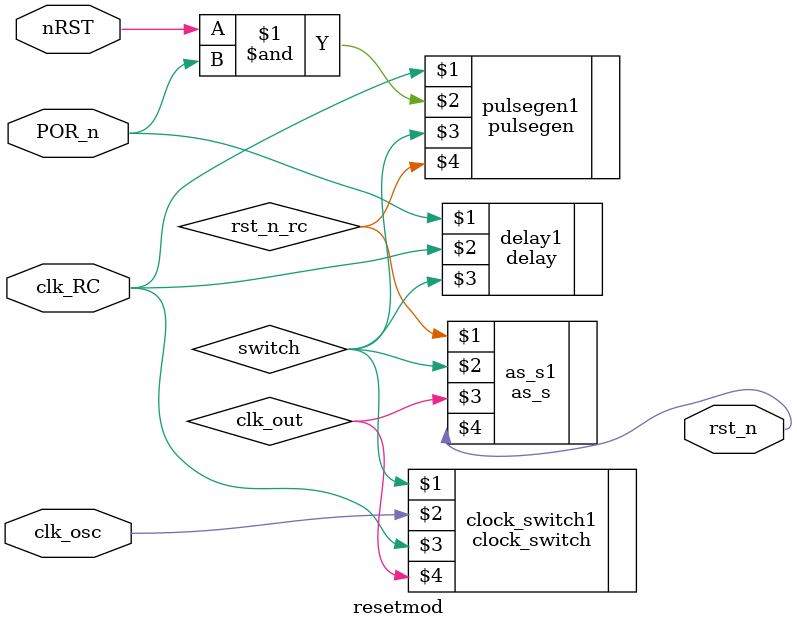
<source format=v>
`include "as_s.v"
`include "delay.v"
`include "clock_switch.v"
`include "pulsegen.v"
/*
The main module for this reset project, with four submodules:
1. delay: to wait for the clk_osc, when clk_osc is stable, switch is set to 1
2. pulsegen: to mitigate the signal jitter from the user
3. as_s1: to let the signal reset asynchronously and recover synchronously
4. clock_switch: to switch the clock from clk_osc to clk_RC
*/
module resetmod (
    input POR_n,     // system reset signal
    input clk_osc,   // external crystal oscillator clock
    input clk_RC,    // internal RC clock
    input nRST,      // external reset signal
    output rst_n
);
wire switch,clk_out;

delay delay1(POR_n,clk_RC,switch);
pulsegen pulsegen1(clk_RC,nRST&POR_n,switch,rst_n_rc);
as_s as_s1(rst_n_rc,switch,clk_out,rst_n);
clock_switch clock_switch1(switch,clk_osc,clk_RC,clk_out);
endmodule
</source>
